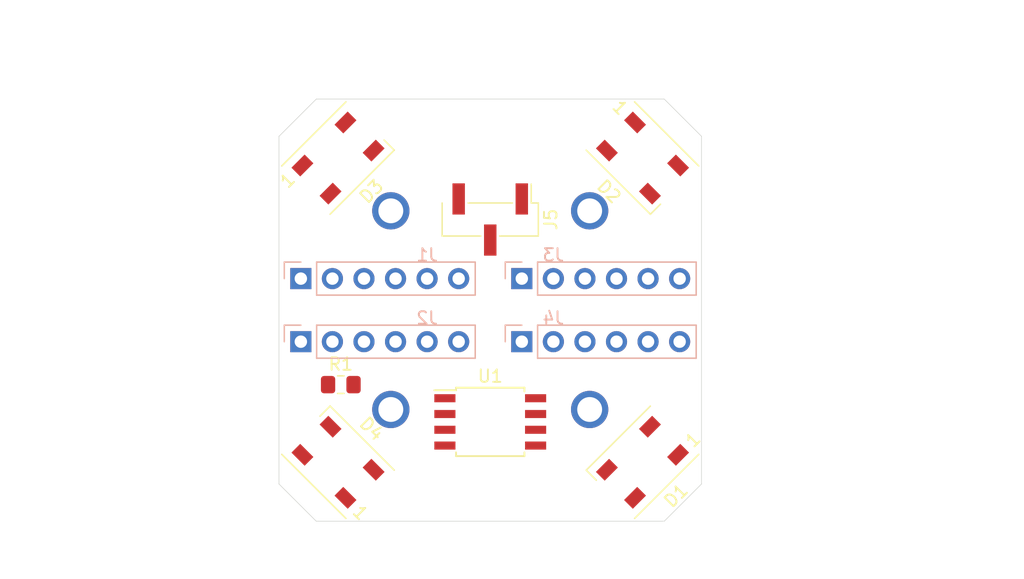
<source format=kicad_pcb>
(kicad_pcb (version 20171130) (host pcbnew "(5.1.6)-1")

  (general
    (thickness 1.6)
    (drawings 34)
    (tracks 4)
    (zones 0)
    (modules 11)
    (nets 1)
  )

  (page A4)
  (layers
    (0 F.Cu signal)
    (31 B.Cu signal)
    (32 B.Adhes user)
    (33 F.Adhes user)
    (34 B.Paste user)
    (35 F.Paste user)
    (36 B.SilkS user)
    (37 F.SilkS user)
    (38 B.Mask user)
    (39 F.Mask user)
    (40 Dwgs.User user)
    (41 Cmts.User user)
    (42 Eco1.User user)
    (43 Eco2.User user)
    (44 Edge.Cuts user)
    (45 Margin user)
    (46 B.CrtYd user)
    (47 F.CrtYd user)
    (48 B.Fab user)
    (49 F.Fab user)
  )

  (setup
    (last_trace_width 0.25)
    (user_trace_width 0.4)
    (trace_clearance 0.1524)
    (zone_clearance 0.508)
    (zone_45_only no)
    (trace_min 0.1524)
    (via_size 0.8)
    (via_drill 0.4)
    (via_min_size 0.4)
    (via_min_drill 0.3)
    (uvia_size 0.3)
    (uvia_drill 0.1)
    (uvias_allowed no)
    (uvia_min_size 0.2)
    (uvia_min_drill 0.1)
    (edge_width 0.05)
    (segment_width 0.2)
    (pcb_text_width 0.3)
    (pcb_text_size 1.5 1.5)
    (mod_edge_width 0.12)
    (mod_text_size 1 1)
    (mod_text_width 0.15)
    (pad_size 1.524 1.524)
    (pad_drill 0.762)
    (pad_to_mask_clearance 0.05)
    (aux_axis_origin 0 0)
    (visible_elements 7FFFFFFF)
    (pcbplotparams
      (layerselection 0x00200_7ffffffe)
      (usegerberextensions false)
      (usegerberattributes true)
      (usegerberadvancedattributes true)
      (creategerberjobfile true)
      (excludeedgelayer true)
      (linewidth 0.100000)
      (plotframeref false)
      (viasonmask false)
      (mode 1)
      (useauxorigin false)
      (hpglpennumber 1)
      (hpglpenspeed 20)
      (hpglpendiameter 15.000000)
      (psnegative false)
      (psa4output false)
      (plotreference true)
      (plotvalue true)
      (plotinvisibletext false)
      (padsonsilk false)
      (subtractmaskfromsilk false)
      (outputformat 3)
      (mirror false)
      (drillshape 0)
      (scaleselection 1)
      (outputdirectory "./"))
  )

  (net 0 "")

  (net_class Default "This is the default net class."
    (clearance 0.1524)
    (trace_width 0.25)
    (via_dia 0.8)
    (via_drill 0.4)
    (uvia_dia 0.3)
    (uvia_drill 0.1)
  )

  (module LED_SMD:LED_WS2812B_PLCC4_5.0x5.0mm_P3.2mm (layer F.Cu) (tedit 5AA4B285) (tstamp 63279518)
    (at 29.25 4.75 315)
    (descr https://cdn-shop.adafruit.com/datasheets/WS2812B.pdf)
    (tags "LED RGB NeoPixel")
    (path /630DBC6E)
    (attr smd)
    (fp_text reference D2 (at 0 3.81 135) (layer F.SilkS)
      (effects (font (size 1 1) (thickness 0.15)))
    )
    (fp_text value WS2812B (at 0 0 135) (layer F.Fab)
      (effects (font (size 1 1) (thickness 0.15)))
    )
    (fp_circle (center 0 0) (end 0 -2) (layer F.Fab) (width 0.1))
    (fp_line (start 3.65 2.75) (end 3.65 1.6) (layer F.SilkS) (width 0.12))
    (fp_line (start -3.65 2.75) (end 3.65 2.75) (layer F.SilkS) (width 0.12))
    (fp_line (start -3.65 -2.75) (end 3.65 -2.75) (layer F.SilkS) (width 0.12))
    (fp_line (start 2.5 -2.5) (end -2.5 -2.5) (layer F.Fab) (width 0.1))
    (fp_line (start 2.5 2.5) (end 2.5 -2.5) (layer F.Fab) (width 0.1))
    (fp_line (start -2.5 2.5) (end 2.5 2.5) (layer F.Fab) (width 0.1))
    (fp_line (start -2.5 -2.5) (end -2.5 2.5) (layer F.Fab) (width 0.1))
    (fp_line (start 2.5 1.5) (end 1.5 2.5) (layer F.Fab) (width 0.1))
    (fp_line (start -3.45 -2.75) (end -3.45 2.75) (layer F.CrtYd) (width 0.05))
    (fp_line (start -3.45 2.75) (end 3.45 2.75) (layer F.CrtYd) (width 0.05))
    (fp_line (start 3.45 2.75) (end 3.45 -2.75) (layer F.CrtYd) (width 0.05))
    (fp_line (start 3.45 -2.75) (end -3.45 -2.75) (layer F.CrtYd) (width 0.05))
    (fp_text user %R (at 0 1.27 135) (layer F.Fab)
      (effects (font (size 0.8 0.8) (thickness 0.15)))
    )
    (fp_text user 1 (at -4.15 -1.6 135) (layer F.SilkS)
      (effects (font (size 1 1) (thickness 0.15)))
    )
    (pad 1 smd rect (at -2.45 -1.6 315) (size 1.5 1) (layers F.Cu F.Paste F.Mask))
    (pad 2 smd rect (at -2.45 1.6 315) (size 1.5 1) (layers F.Cu F.Paste F.Mask))
    (pad 4 smd rect (at 2.45 -1.6 315) (size 1.5 1) (layers F.Cu F.Paste F.Mask))
    (pad 3 smd rect (at 2.45 1.6 315) (size 1.5 1) (layers F.Cu F.Paste F.Mask))
    (model ${KISYS3DMOD}/LED_SMD.3dshapes/LED_WS2812B_PLCC4_5.0x5.0mm_P3.2mm.wrl
      (at (xyz 0 0 0))
      (scale (xyz 1 1 1))
      (rotate (xyz 0 0 0))
    )
  )

  (module LED_SMD:LED_WS2812B_PLCC4_5.0x5.0mm_P3.2mm (layer F.Cu) (tedit 5AA4B285) (tstamp 63279502)
    (at 29.25 29.25 225)
    (descr https://cdn-shop.adafruit.com/datasheets/WS2812B.pdf)
    (tags "LED RGB NeoPixel")
    (path /630D41E6)
    (attr smd)
    (fp_text reference D1 (at 0 -3.81 45) (layer F.SilkS)
      (effects (font (size 1 1) (thickness 0.15)))
    )
    (fp_text value WS2812B (at 0 0 225) (layer F.Fab)
      (effects (font (size 1 1) (thickness 0.15)))
    )
    (fp_circle (center 0 0) (end 0 -2) (layer F.Fab) (width 0.1))
    (fp_line (start 3.65 2.75) (end 3.65 1.6) (layer F.SilkS) (width 0.12))
    (fp_line (start -3.65 2.75) (end 3.65 2.75) (layer F.SilkS) (width 0.12))
    (fp_line (start -3.65 -2.75) (end 3.65 -2.75) (layer F.SilkS) (width 0.12))
    (fp_line (start 2.5 -2.5) (end -2.5 -2.5) (layer F.Fab) (width 0.1))
    (fp_line (start 2.5 2.5) (end 2.5 -2.5) (layer F.Fab) (width 0.1))
    (fp_line (start -2.5 2.5) (end 2.5 2.5) (layer F.Fab) (width 0.1))
    (fp_line (start -2.5 -2.5) (end -2.5 2.5) (layer F.Fab) (width 0.1))
    (fp_line (start 2.5 1.5) (end 1.5 2.5) (layer F.Fab) (width 0.1))
    (fp_line (start -3.45 -2.75) (end -3.45 2.75) (layer F.CrtYd) (width 0.05))
    (fp_line (start -3.45 2.75) (end 3.45 2.75) (layer F.CrtYd) (width 0.05))
    (fp_line (start 3.45 2.75) (end 3.45 -2.75) (layer F.CrtYd) (width 0.05))
    (fp_line (start 3.45 -2.75) (end -3.45 -2.75) (layer F.CrtYd) (width 0.05))
    (fp_text user %R (at 0 -1.27 45) (layer F.Fab)
      (effects (font (size 0.8 0.8) (thickness 0.15)))
    )
    (fp_text user 1 (at -4.15 -1.6 45) (layer F.SilkS)
      (effects (font (size 1 1) (thickness 0.15)))
    )
    (pad 1 smd rect (at -2.45 -1.6 225) (size 1.5 1) (layers F.Cu F.Paste F.Mask))
    (pad 2 smd rect (at -2.45 1.6 225) (size 1.5 1) (layers F.Cu F.Paste F.Mask))
    (pad 4 smd rect (at 2.45 -1.6 225) (size 1.5 1) (layers F.Cu F.Paste F.Mask))
    (pad 3 smd rect (at 2.45 1.6 225) (size 1.5 1) (layers F.Cu F.Paste F.Mask))
    (model ${KISYS3DMOD}/LED_SMD.3dshapes/LED_WS2812B_PLCC4_5.0x5.0mm_P3.2mm.wrl
      (at (xyz 0 0 0))
      (scale (xyz 1 1 1))
      (rotate (xyz 0 0 0))
    )
  )

  (module LED_SMD:LED_WS2812B_PLCC4_5.0x5.0mm_P3.2mm (layer F.Cu) (tedit 5AA4B285) (tstamp 632794EC)
    (at 4.75 29.25 135)
    (descr https://cdn-shop.adafruit.com/datasheets/WS2812B.pdf)
    (tags "LED RGB NeoPixel")
    (path /630DBC74)
    (attr smd)
    (fp_text reference D4 (at 0 3.81 135) (layer F.SilkS)
      (effects (font (size 1 1) (thickness 0.15)))
    )
    (fp_text value WS2812B (at 0 0 135) (layer F.Fab)
      (effects (font (size 1 1) (thickness 0.15)))
    )
    (fp_circle (center 0 0) (end 0 -2) (layer F.Fab) (width 0.1))
    (fp_line (start 3.65 2.75) (end 3.65 1.6) (layer F.SilkS) (width 0.12))
    (fp_line (start -3.65 2.75) (end 3.65 2.75) (layer F.SilkS) (width 0.12))
    (fp_line (start -3.65 -2.75) (end 3.65 -2.75) (layer F.SilkS) (width 0.12))
    (fp_line (start 2.5 -2.5) (end -2.5 -2.5) (layer F.Fab) (width 0.1))
    (fp_line (start 2.5 2.5) (end 2.5 -2.5) (layer F.Fab) (width 0.1))
    (fp_line (start -2.5 2.5) (end 2.5 2.5) (layer F.Fab) (width 0.1))
    (fp_line (start -2.5 -2.5) (end -2.5 2.5) (layer F.Fab) (width 0.1))
    (fp_line (start 2.5 1.5) (end 1.5 2.5) (layer F.Fab) (width 0.1))
    (fp_line (start -3.45 -2.75) (end -3.45 2.75) (layer F.CrtYd) (width 0.05))
    (fp_line (start -3.45 2.75) (end 3.45 2.75) (layer F.CrtYd) (width 0.05))
    (fp_line (start 3.45 2.75) (end 3.45 -2.75) (layer F.CrtYd) (width 0.05))
    (fp_line (start 3.45 -2.75) (end -3.45 -2.75) (layer F.CrtYd) (width 0.05))
    (fp_text user %R (at 0 -1.27 135) (layer F.Fab)
      (effects (font (size 0.8 0.8) (thickness 0.15)))
    )
    (fp_text user 1 (at -4.15 -1.6 135) (layer F.SilkS)
      (effects (font (size 1 1) (thickness 0.15)))
    )
    (pad 1 smd rect (at -2.45 -1.6 135) (size 1.5 1) (layers F.Cu F.Paste F.Mask))
    (pad 2 smd rect (at -2.45 1.6 135) (size 1.5 1) (layers F.Cu F.Paste F.Mask))
    (pad 4 smd rect (at 2.45 -1.6 135) (size 1.5 1) (layers F.Cu F.Paste F.Mask))
    (pad 3 smd rect (at 2.45 1.6 135) (size 1.5 1) (layers F.Cu F.Paste F.Mask))
    (model ${KISYS3DMOD}/LED_SMD.3dshapes/LED_WS2812B_PLCC4_5.0x5.0mm_P3.2mm.wrl
      (at (xyz 0 0 0))
      (scale (xyz 1 1 1))
      (rotate (xyz 0 0 0))
    )
  )

  (module Connector_PinHeader_2.54mm:PinHeader_1x03_P2.54mm_Vertical_SMD_Pin1Left (layer F.Cu) (tedit 59FED5CC) (tstamp 632794CB)
    (at 17 9.7 270)
    (descr "surface-mounted straight pin header, 1x03, 2.54mm pitch, single row, style 1 (pin 1 left)")
    (tags "Surface mounted pin header SMD 1x03 2.54mm single row style1 pin1 left")
    (path /632A0FCD)
    (attr smd)
    (fp_text reference J5 (at 0 -4.87 90) (layer F.SilkS)
      (effects (font (size 1 1) (thickness 0.15)))
    )
    (fp_text value Conn_01x03_Female (at -7.04 38.6 90) (layer F.Fab)
      (effects (font (size 1 1) (thickness 0.15)))
    )
    (fp_line (start 1.27 3.81) (end -1.27 3.81) (layer F.Fab) (width 0.1))
    (fp_line (start -0.32 -3.81) (end 1.27 -3.81) (layer F.Fab) (width 0.1))
    (fp_line (start -1.27 3.81) (end -1.27 -2.86) (layer F.Fab) (width 0.1))
    (fp_line (start -1.27 -2.86) (end -0.32 -3.81) (layer F.Fab) (width 0.1))
    (fp_line (start 1.27 -3.81) (end 1.27 3.81) (layer F.Fab) (width 0.1))
    (fp_line (start -1.27 -2.86) (end -2.54 -2.86) (layer F.Fab) (width 0.1))
    (fp_line (start -2.54 -2.86) (end -2.54 -2.22) (layer F.Fab) (width 0.1))
    (fp_line (start -2.54 -2.22) (end -1.27 -2.22) (layer F.Fab) (width 0.1))
    (fp_line (start -1.27 2.22) (end -2.54 2.22) (layer F.Fab) (width 0.1))
    (fp_line (start -2.54 2.22) (end -2.54 2.86) (layer F.Fab) (width 0.1))
    (fp_line (start -2.54 2.86) (end -1.27 2.86) (layer F.Fab) (width 0.1))
    (fp_line (start 1.27 -0.32) (end 2.54 -0.32) (layer F.Fab) (width 0.1))
    (fp_line (start 2.54 -0.32) (end 2.54 0.32) (layer F.Fab) (width 0.1))
    (fp_line (start 2.54 0.32) (end 1.27 0.32) (layer F.Fab) (width 0.1))
    (fp_line (start -1.33 -3.87) (end 1.33 -3.87) (layer F.SilkS) (width 0.12))
    (fp_line (start -1.33 3.87) (end 1.33 3.87) (layer F.SilkS) (width 0.12))
    (fp_line (start 1.33 -3.87) (end 1.33 -0.76) (layer F.SilkS) (width 0.12))
    (fp_line (start -1.33 -3.3) (end -2.85 -3.3) (layer F.SilkS) (width 0.12))
    (fp_line (start -1.33 -3.87) (end -1.33 -3.3) (layer F.SilkS) (width 0.12))
    (fp_line (start 1.33 3.3) (end 1.33 3.87) (layer F.SilkS) (width 0.12))
    (fp_line (start 1.33 0.76) (end 1.33 3.87) (layer F.SilkS) (width 0.12))
    (fp_line (start -1.33 -1.78) (end -1.33 1.78) (layer F.SilkS) (width 0.12))
    (fp_line (start -3.45 -4.35) (end -3.45 4.35) (layer F.CrtYd) (width 0.05))
    (fp_line (start -3.45 4.35) (end 3.45 4.35) (layer F.CrtYd) (width 0.05))
    (fp_line (start 3.45 4.35) (end 3.45 -4.35) (layer F.CrtYd) (width 0.05))
    (fp_line (start 3.45 -4.35) (end -3.45 -4.35) (layer F.CrtYd) (width 0.05))
    (fp_text user %R (at 0 0 270) (layer F.Fab)
      (effects (font (size 1 1) (thickness 0.15)))
    )
    (pad 2 smd rect (at 1.655 0 270) (size 2.51 1) (layers F.Cu F.Paste F.Mask))
    (pad 3 smd rect (at -1.655 2.54 270) (size 2.51 1) (layers F.Cu F.Paste F.Mask))
    (pad 1 smd rect (at -1.655 -2.54 270) (size 2.51 1) (layers F.Cu F.Paste F.Mask))
    (model ${KISYS3DMOD}/Connector_PinHeader_2.54mm.3dshapes/PinHeader_1x03_P2.54mm_Vertical_SMD_Pin1Left.wrl
      (at (xyz 0 0 0))
      (scale (xyz 1 1 1))
      (rotate (xyz 0 0 0))
    )
  )

  (module LED_SMD:LED_WS2812B_PLCC4_5.0x5.0mm_P3.2mm (layer F.Cu) (tedit 5AA4B285) (tstamp 632794B5)
    (at 4.75 4.75 45)
    (descr https://cdn-shop.adafruit.com/datasheets/WS2812B.pdf)
    (tags "LED RGB NeoPixel")
    (path /630D605E)
    (attr smd)
    (fp_text reference D3 (at 0 3.81 45) (layer F.SilkS)
      (effects (font (size 1 1) (thickness 0.15)))
    )
    (fp_text value WS2812B (at 0 0 45) (layer F.Fab)
      (effects (font (size 1 1) (thickness 0.15)))
    )
    (fp_circle (center 0 0) (end 0 -2) (layer F.Fab) (width 0.1))
    (fp_line (start 3.65 2.75) (end 3.65 1.6) (layer F.SilkS) (width 0.12))
    (fp_line (start -3.65 2.75) (end 3.65 2.75) (layer F.SilkS) (width 0.12))
    (fp_line (start -3.65 -2.75) (end 3.65 -2.75) (layer F.SilkS) (width 0.12))
    (fp_line (start 2.5 -2.5) (end -2.5 -2.5) (layer F.Fab) (width 0.1))
    (fp_line (start 2.5 2.5) (end 2.5 -2.5) (layer F.Fab) (width 0.1))
    (fp_line (start -2.5 2.5) (end 2.5 2.5) (layer F.Fab) (width 0.1))
    (fp_line (start -2.5 -2.5) (end -2.5 2.5) (layer F.Fab) (width 0.1))
    (fp_line (start 2.5 1.5) (end 1.5 2.5) (layer F.Fab) (width 0.1))
    (fp_line (start -3.45 -2.75) (end -3.45 2.75) (layer F.CrtYd) (width 0.05))
    (fp_line (start -3.45 2.75) (end 3.45 2.75) (layer F.CrtYd) (width 0.05))
    (fp_line (start 3.45 2.75) (end 3.45 -2.75) (layer F.CrtYd) (width 0.05))
    (fp_line (start 3.45 -2.75) (end -3.45 -2.75) (layer F.CrtYd) (width 0.05))
    (fp_text user %R (at 0 1.27 45) (layer F.Fab)
      (effects (font (size 0.8 0.8) (thickness 0.15)))
    )
    (fp_text user 1 (at -4.15 -1.6 45) (layer F.SilkS)
      (effects (font (size 1 1) (thickness 0.15)))
    )
    (pad 1 smd rect (at -2.45 -1.6 45) (size 1.5 1) (layers F.Cu F.Paste F.Mask))
    (pad 2 smd rect (at -2.45 1.6 45) (size 1.5 1) (layers F.Cu F.Paste F.Mask))
    (pad 4 smd rect (at 2.45 -1.6 45) (size 1.5 1) (layers F.Cu F.Paste F.Mask))
    (pad 3 smd rect (at 2.45 1.6 45) (size 1.5 1) (layers F.Cu F.Paste F.Mask))
    (model ${KISYS3DMOD}/LED_SMD.3dshapes/LED_WS2812B_PLCC4_5.0x5.0mm_P3.2mm.wrl
      (at (xyz 0 0 0))
      (scale (xyz 1 1 1))
      (rotate (xyz 0 0 0))
    )
  )

  (module Connector_PinHeader_2.54mm:PinHeader_1x06_P2.54mm_Vertical (layer B.Cu) (tedit 59FED5CC) (tstamp 6327949C)
    (at 1.76 14.46 270)
    (descr "Through hole straight pin header, 1x06, 2.54mm pitch, single row")
    (tags "Through hole pin header THT 1x06 2.54mm single row")
    (path /630E6AFB)
    (fp_text reference J1 (at -1.905 -10.16) (layer B.SilkS)
      (effects (font (size 1 1) (thickness 0.15)) (justify mirror))
    )
    (fp_text value Conn_01x06_Male (at -6.35 -46.355 270) (layer B.Fab)
      (effects (font (size 1 1) (thickness 0.15)) (justify mirror))
    )
    (fp_line (start 1.8 1.8) (end -1.8 1.8) (layer B.CrtYd) (width 0.05))
    (fp_line (start 1.8 -14.5) (end 1.8 1.8) (layer B.CrtYd) (width 0.05))
    (fp_line (start -1.8 -14.5) (end 1.8 -14.5) (layer B.CrtYd) (width 0.05))
    (fp_line (start -1.8 1.8) (end -1.8 -14.5) (layer B.CrtYd) (width 0.05))
    (fp_line (start -1.33 1.33) (end 0 1.33) (layer B.SilkS) (width 0.12))
    (fp_line (start -1.33 0) (end -1.33 1.33) (layer B.SilkS) (width 0.12))
    (fp_line (start -1.33 -1.27) (end 1.33 -1.27) (layer B.SilkS) (width 0.12))
    (fp_line (start 1.33 -1.27) (end 1.33 -14.03) (layer B.SilkS) (width 0.12))
    (fp_line (start -1.33 -1.27) (end -1.33 -14.03) (layer B.SilkS) (width 0.12))
    (fp_line (start -1.33 -14.03) (end 1.33 -14.03) (layer B.SilkS) (width 0.12))
    (fp_line (start -1.27 0.635) (end -0.635 1.27) (layer B.Fab) (width 0.1))
    (fp_line (start -1.27 -13.97) (end -1.27 0.635) (layer B.Fab) (width 0.1))
    (fp_line (start 1.27 -13.97) (end -1.27 -13.97) (layer B.Fab) (width 0.1))
    (fp_line (start 1.27 1.27) (end 1.27 -13.97) (layer B.Fab) (width 0.1))
    (fp_line (start -0.635 1.27) (end 1.27 1.27) (layer B.Fab) (width 0.1))
    (fp_text user %R (at 0 -6.35) (layer B.Fab)
      (effects (font (size 1 1) (thickness 0.15)) (justify mirror))
    )
    (pad 6 thru_hole oval (at 0 -12.7 270) (size 1.7 1.7) (drill 1) (layers *.Cu *.Mask))
    (pad 5 thru_hole oval (at 0 -10.16 270) (size 1.7 1.7) (drill 1) (layers *.Cu *.Mask))
    (pad 4 thru_hole oval (at 0 -7.62 270) (size 1.7 1.7) (drill 1) (layers *.Cu *.Mask))
    (pad 3 thru_hole oval (at 0 -5.08 270) (size 1.7 1.7) (drill 1) (layers *.Cu *.Mask))
    (pad 2 thru_hole oval (at 0 -2.54 270) (size 1.7 1.7) (drill 1) (layers *.Cu *.Mask))
    (pad 1 thru_hole rect (at 0 0 270) (size 1.7 1.7) (drill 1) (layers *.Cu *.Mask))
    (model ${KISYS3DMOD}/Connector_PinHeader_2.54mm.3dshapes/PinHeader_1x06_P2.54mm_Vertical.wrl
      (at (xyz 0 0 0))
      (scale (xyz 1 1 1))
      (rotate (xyz 0 0 0))
    )
  )

  (module Resistor_SMD:R_0805_2012Metric_Pad1.15x1.40mm_HandSolder (layer F.Cu) (tedit 5B36C52B) (tstamp 6327948C)
    (at 4.975 23)
    (descr "Resistor SMD 0805 (2012 Metric), square (rectangular) end terminal, IPC_7351 nominal with elongated pad for handsoldering. (Body size source: https://docs.google.com/spreadsheets/d/1BsfQQcO9C6DZCsRaXUlFlo91Tg2WpOkGARC1WS5S8t0/edit?usp=sharing), generated with kicad-footprint-generator")
    (tags "resistor handsolder")
    (path /632B0F7D)
    (attr smd)
    (fp_text reference R1 (at 0 -1.65) (layer F.SilkS)
      (effects (font (size 1 1) (thickness 0.15)))
    )
    (fp_text value 50k (at 0 1.65) (layer F.Fab)
      (effects (font (size 1 1) (thickness 0.15)))
    )
    (fp_line (start -1 0.6) (end -1 -0.6) (layer F.Fab) (width 0.1))
    (fp_line (start -1 -0.6) (end 1 -0.6) (layer F.Fab) (width 0.1))
    (fp_line (start 1 -0.6) (end 1 0.6) (layer F.Fab) (width 0.1))
    (fp_line (start 1 0.6) (end -1 0.6) (layer F.Fab) (width 0.1))
    (fp_line (start -0.261252 -0.71) (end 0.261252 -0.71) (layer F.SilkS) (width 0.12))
    (fp_line (start -0.261252 0.71) (end 0.261252 0.71) (layer F.SilkS) (width 0.12))
    (fp_line (start -1.85 0.95) (end -1.85 -0.95) (layer F.CrtYd) (width 0.05))
    (fp_line (start -1.85 -0.95) (end 1.85 -0.95) (layer F.CrtYd) (width 0.05))
    (fp_line (start 1.85 -0.95) (end 1.85 0.95) (layer F.CrtYd) (width 0.05))
    (fp_line (start 1.85 0.95) (end -1.85 0.95) (layer F.CrtYd) (width 0.05))
    (fp_text user %R (at 0 0) (layer F.Fab)
      (effects (font (size 0.5 0.5) (thickness 0.08)))
    )
    (pad 2 smd roundrect (at 1.025 0) (size 1.15 1.4) (layers F.Cu F.Paste F.Mask) (roundrect_rratio 0.217391))
    (pad 1 smd roundrect (at -1.025 0) (size 1.15 1.4) (layers F.Cu F.Paste F.Mask) (roundrect_rratio 0.217391))
    (model ${KISYS3DMOD}/Resistor_SMD.3dshapes/R_0805_2012Metric.wrl
      (at (xyz 0 0 0))
      (scale (xyz 1 1 1))
      (rotate (xyz 0 0 0))
    )
  )

  (module Package_SO:SOIJ-8_5.3x5.3mm_P1.27mm (layer F.Cu) (tedit 5A02F2D3) (tstamp 63279470)
    (at 17 26)
    (descr "8-Lead Plastic Small Outline (SM) - Medium, 5.28 mm Body [SOIC] (see Microchip Packaging Specification 00000049BS.pdf)")
    (tags "SOIC 1.27")
    (path /630E20E8)
    (attr smd)
    (fp_text reference U1 (at 0 -3.68) (layer F.SilkS)
      (effects (font (size 1 1) (thickness 0.15)))
    )
    (fp_text value ATtiny85-20SU (at 0 3.68) (layer F.Fab)
      (effects (font (size 1 1) (thickness 0.15)))
    )
    (fp_line (start -2.75 -2.55) (end -4.5 -2.55) (layer F.SilkS) (width 0.15))
    (fp_line (start -2.75 2.755) (end 2.75 2.755) (layer F.SilkS) (width 0.15))
    (fp_line (start -2.75 -2.755) (end 2.75 -2.755) (layer F.SilkS) (width 0.15))
    (fp_line (start -2.75 2.755) (end -2.75 2.455) (layer F.SilkS) (width 0.15))
    (fp_line (start 2.75 2.755) (end 2.75 2.455) (layer F.SilkS) (width 0.15))
    (fp_line (start 2.75 -2.755) (end 2.75 -2.455) (layer F.SilkS) (width 0.15))
    (fp_line (start -2.75 -2.755) (end -2.75 -2.55) (layer F.SilkS) (width 0.15))
    (fp_line (start -4.75 2.95) (end 4.75 2.95) (layer F.CrtYd) (width 0.05))
    (fp_line (start -4.75 -2.95) (end 4.75 -2.95) (layer F.CrtYd) (width 0.05))
    (fp_line (start 4.75 -2.95) (end 4.75 2.95) (layer F.CrtYd) (width 0.05))
    (fp_line (start -4.75 -2.95) (end -4.75 2.95) (layer F.CrtYd) (width 0.05))
    (fp_line (start -2.65 -1.65) (end -1.65 -2.65) (layer F.Fab) (width 0.15))
    (fp_line (start -2.65 2.65) (end -2.65 -1.65) (layer F.Fab) (width 0.15))
    (fp_line (start 2.65 2.65) (end -2.65 2.65) (layer F.Fab) (width 0.15))
    (fp_line (start 2.65 -2.65) (end 2.65 2.65) (layer F.Fab) (width 0.15))
    (fp_line (start -1.65 -2.65) (end 2.65 -2.65) (layer F.Fab) (width 0.15))
    (fp_text user %R (at 0 0) (layer F.Fab)
      (effects (font (size 1 1) (thickness 0.15)))
    )
    (pad 8 smd rect (at 3.65 -1.905) (size 1.7 0.65) (layers F.Cu F.Paste F.Mask))
    (pad 7 smd rect (at 3.65 -0.635) (size 1.7 0.65) (layers F.Cu F.Paste F.Mask))
    (pad 6 smd rect (at 3.65 0.635) (size 1.7 0.65) (layers F.Cu F.Paste F.Mask))
    (pad 5 smd rect (at 3.65 1.905) (size 1.7 0.65) (layers F.Cu F.Paste F.Mask))
    (pad 4 smd rect (at -3.65 1.905) (size 1.7 0.65) (layers F.Cu F.Paste F.Mask))
    (pad 3 smd rect (at -3.65 0.635) (size 1.7 0.65) (layers F.Cu F.Paste F.Mask))
    (pad 2 smd rect (at -3.65 -0.635) (size 1.7 0.65) (layers F.Cu F.Paste F.Mask))
    (pad 1 smd rect (at -3.65 -1.905) (size 1.7 0.65) (layers F.Cu F.Paste F.Mask))
    (model ${KISYS3DMOD}/Package_SO.3dshapes/SOIJ-8_5.3x5.3mm_P1.27mm.wrl
      (at (xyz 0 0 0))
      (scale (xyz 1 1 1))
      (rotate (xyz 0 0 0))
    )
  )

  (module Connector_PinHeader_2.54mm:PinHeader_1x06_P2.54mm_Vertical (layer B.Cu) (tedit 59FED5CC) (tstamp 63279457)
    (at 1.76 19.54 270)
    (descr "Through hole straight pin header, 1x06, 2.54mm pitch, single row")
    (tags "Through hole pin header THT 1x06 2.54mm single row")
    (path /630E8BF8)
    (fp_text reference J2 (at -1.905 -10.16) (layer B.SilkS)
      (effects (font (size 1 1) (thickness 0.15)) (justify mirror))
    )
    (fp_text value Conn_01x06_Male (at -4.445 -55.88 270) (layer B.Fab)
      (effects (font (size 1 1) (thickness 0.15)) (justify mirror))
    )
    (fp_line (start 1.8 1.8) (end -1.8 1.8) (layer B.CrtYd) (width 0.05))
    (fp_line (start 1.8 -14.5) (end 1.8 1.8) (layer B.CrtYd) (width 0.05))
    (fp_line (start -1.8 -14.5) (end 1.8 -14.5) (layer B.CrtYd) (width 0.05))
    (fp_line (start -1.8 1.8) (end -1.8 -14.5) (layer B.CrtYd) (width 0.05))
    (fp_line (start -1.33 1.33) (end 0 1.33) (layer B.SilkS) (width 0.12))
    (fp_line (start -1.33 0) (end -1.33 1.33) (layer B.SilkS) (width 0.12))
    (fp_line (start -1.33 -1.27) (end 1.33 -1.27) (layer B.SilkS) (width 0.12))
    (fp_line (start 1.33 -1.27) (end 1.33 -14.03) (layer B.SilkS) (width 0.12))
    (fp_line (start -1.33 -1.27) (end -1.33 -14.03) (layer B.SilkS) (width 0.12))
    (fp_line (start -1.33 -14.03) (end 1.33 -14.03) (layer B.SilkS) (width 0.12))
    (fp_line (start -1.27 0.635) (end -0.635 1.27) (layer B.Fab) (width 0.1))
    (fp_line (start -1.27 -13.97) (end -1.27 0.635) (layer B.Fab) (width 0.1))
    (fp_line (start 1.27 -13.97) (end -1.27 -13.97) (layer B.Fab) (width 0.1))
    (fp_line (start 1.27 1.27) (end 1.27 -13.97) (layer B.Fab) (width 0.1))
    (fp_line (start -0.635 1.27) (end 1.27 1.27) (layer B.Fab) (width 0.1))
    (fp_text user %R (at 0 -6.35) (layer B.Fab)
      (effects (font (size 1 1) (thickness 0.15)) (justify mirror))
    )
    (pad 6 thru_hole oval (at 0 -12.7 270) (size 1.7 1.7) (drill 1) (layers *.Cu *.Mask))
    (pad 5 thru_hole oval (at 0 -10.16 270) (size 1.7 1.7) (drill 1) (layers *.Cu *.Mask))
    (pad 4 thru_hole oval (at 0 -7.62 270) (size 1.7 1.7) (drill 1) (layers *.Cu *.Mask))
    (pad 3 thru_hole oval (at 0 -5.08 270) (size 1.7 1.7) (drill 1) (layers *.Cu *.Mask))
    (pad 2 thru_hole oval (at 0 -2.54 270) (size 1.7 1.7) (drill 1) (layers *.Cu *.Mask))
    (pad 1 thru_hole rect (at 0 0 270) (size 1.7 1.7) (drill 1) (layers *.Cu *.Mask))
    (model ${KISYS3DMOD}/Connector_PinHeader_2.54mm.3dshapes/PinHeader_1x06_P2.54mm_Vertical.wrl
      (at (xyz 0 0 0))
      (scale (xyz 1 1 1))
      (rotate (xyz 0 0 0))
    )
  )

  (module Connector_PinHeader_2.54mm:PinHeader_1x06_P2.54mm_Vertical (layer B.Cu) (tedit 59FED5CC) (tstamp 6327943E)
    (at 19.54 14.46 270)
    (descr "Through hole straight pin header, 1x06, 2.54mm pitch, single row")
    (tags "Through hole pin header THT 1x06 2.54mm single row")
    (path /630E921F)
    (fp_text reference J3 (at -1.905 -2.54) (layer B.SilkS)
      (effects (font (size 1 1) (thickness 0.15)) (justify mirror))
    )
    (fp_text value Conn_01x06_Male (at -21.59 -33.655 180) (layer B.Fab)
      (effects (font (size 1 1) (thickness 0.15)) (justify mirror))
    )
    (fp_line (start 1.8 1.8) (end -1.8 1.8) (layer B.CrtYd) (width 0.05))
    (fp_line (start 1.8 -14.5) (end 1.8 1.8) (layer B.CrtYd) (width 0.05))
    (fp_line (start -1.8 -14.5) (end 1.8 -14.5) (layer B.CrtYd) (width 0.05))
    (fp_line (start -1.8 1.8) (end -1.8 -14.5) (layer B.CrtYd) (width 0.05))
    (fp_line (start -1.33 1.33) (end 0 1.33) (layer B.SilkS) (width 0.12))
    (fp_line (start -1.33 0) (end -1.33 1.33) (layer B.SilkS) (width 0.12))
    (fp_line (start -1.33 -1.27) (end 1.33 -1.27) (layer B.SilkS) (width 0.12))
    (fp_line (start 1.33 -1.27) (end 1.33 -14.03) (layer B.SilkS) (width 0.12))
    (fp_line (start -1.33 -1.27) (end -1.33 -14.03) (layer B.SilkS) (width 0.12))
    (fp_line (start -1.33 -14.03) (end 1.33 -14.03) (layer B.SilkS) (width 0.12))
    (fp_line (start -1.27 0.635) (end -0.635 1.27) (layer B.Fab) (width 0.1))
    (fp_line (start -1.27 -13.97) (end -1.27 0.635) (layer B.Fab) (width 0.1))
    (fp_line (start 1.27 -13.97) (end -1.27 -13.97) (layer B.Fab) (width 0.1))
    (fp_line (start 1.27 1.27) (end 1.27 -13.97) (layer B.Fab) (width 0.1))
    (fp_line (start -0.635 1.27) (end 1.27 1.27) (layer B.Fab) (width 0.1))
    (fp_text user %R (at 0 -6.35) (layer B.Fab)
      (effects (font (size 1 1) (thickness 0.15)) (justify mirror))
    )
    (pad 6 thru_hole oval (at 0 -12.7 270) (size 1.7 1.7) (drill 1) (layers *.Cu *.Mask))
    (pad 5 thru_hole oval (at 0 -10.16 270) (size 1.7 1.7) (drill 1) (layers *.Cu *.Mask))
    (pad 4 thru_hole oval (at 0 -7.62 270) (size 1.7 1.7) (drill 1) (layers *.Cu *.Mask))
    (pad 3 thru_hole oval (at 0 -5.08 270) (size 1.7 1.7) (drill 1) (layers *.Cu *.Mask))
    (pad 2 thru_hole oval (at 0 -2.54 270) (size 1.7 1.7) (drill 1) (layers *.Cu *.Mask))
    (pad 1 thru_hole rect (at 0 0 270) (size 1.7 1.7) (drill 1) (layers *.Cu *.Mask))
    (model ${KISYS3DMOD}/Connector_PinHeader_2.54mm.3dshapes/PinHeader_1x06_P2.54mm_Vertical.wrl
      (at (xyz 0 0 0))
      (scale (xyz 1 1 1))
      (rotate (xyz 0 0 0))
    )
  )

  (module Connector_PinHeader_2.54mm:PinHeader_1x06_P2.54mm_Vertical (layer B.Cu) (tedit 59FED5CC) (tstamp 63279425)
    (at 19.54 19.54 270)
    (descr "Through hole straight pin header, 1x06, 2.54mm pitch, single row")
    (tags "Through hole pin header THT 1x06 2.54mm single row")
    (path /630EA135)
    (fp_text reference J4 (at -1.905 -2.54) (layer B.SilkS)
      (effects (font (size 1 1) (thickness 0.15)) (justify mirror))
    )
    (fp_text value Conn_01x06_Male (at 8.89 -30.48 270) (layer B.Fab)
      (effects (font (size 1 1) (thickness 0.15)) (justify mirror))
    )
    (fp_line (start 1.8 1.8) (end -1.8 1.8) (layer B.CrtYd) (width 0.05))
    (fp_line (start 1.8 -14.5) (end 1.8 1.8) (layer B.CrtYd) (width 0.05))
    (fp_line (start -1.8 -14.5) (end 1.8 -14.5) (layer B.CrtYd) (width 0.05))
    (fp_line (start -1.8 1.8) (end -1.8 -14.5) (layer B.CrtYd) (width 0.05))
    (fp_line (start -1.33 1.33) (end 0 1.33) (layer B.SilkS) (width 0.12))
    (fp_line (start -1.33 0) (end -1.33 1.33) (layer B.SilkS) (width 0.12))
    (fp_line (start -1.33 -1.27) (end 1.33 -1.27) (layer B.SilkS) (width 0.12))
    (fp_line (start 1.33 -1.27) (end 1.33 -14.03) (layer B.SilkS) (width 0.12))
    (fp_line (start -1.33 -1.27) (end -1.33 -14.03) (layer B.SilkS) (width 0.12))
    (fp_line (start -1.33 -14.03) (end 1.33 -14.03) (layer B.SilkS) (width 0.12))
    (fp_line (start -1.27 0.635) (end -0.635 1.27) (layer B.Fab) (width 0.1))
    (fp_line (start -1.27 -13.97) (end -1.27 0.635) (layer B.Fab) (width 0.1))
    (fp_line (start 1.27 -13.97) (end -1.27 -13.97) (layer B.Fab) (width 0.1))
    (fp_line (start 1.27 1.27) (end 1.27 -13.97) (layer B.Fab) (width 0.1))
    (fp_line (start -0.635 1.27) (end 1.27 1.27) (layer B.Fab) (width 0.1))
    (fp_text user %R (at 0 -6.35) (layer B.Fab)
      (effects (font (size 1 1) (thickness 0.15)) (justify mirror))
    )
    (pad 6 thru_hole oval (at 0 -12.7 270) (size 1.7 1.7) (drill 1) (layers *.Cu *.Mask))
    (pad 5 thru_hole oval (at 0 -10.16 270) (size 1.7 1.7) (drill 1) (layers *.Cu *.Mask))
    (pad 4 thru_hole oval (at 0 -7.62 270) (size 1.7 1.7) (drill 1) (layers *.Cu *.Mask))
    (pad 3 thru_hole oval (at 0 -5.08 270) (size 1.7 1.7) (drill 1) (layers *.Cu *.Mask))
    (pad 2 thru_hole oval (at 0 -2.54 270) (size 1.7 1.7) (drill 1) (layers *.Cu *.Mask))
    (pad 1 thru_hole rect (at 0 0 270) (size 1.7 1.7) (drill 1) (layers *.Cu *.Mask))
    (model ${KISYS3DMOD}/Connector_PinHeader_2.54mm.3dshapes/PinHeader_1x06_P2.54mm_Vertical.wrl
      (at (xyz 0 0 0))
      (scale (xyz 1 1 1))
      (rotate (xyz 0 0 0))
    )
  )

  (gr_line (start 3 34) (end 0 31) (layer Edge.Cuts) (width 0.05) (tstamp 63279686))
  (gr_line (start 34 31) (end 31 34) (layer Edge.Cuts) (width 0.05) (tstamp 63279685))
  (gr_line (start 31 0) (end 34 3) (layer Edge.Cuts) (width 0.05) (tstamp 63279684))
  (gr_line (start 3 0) (end 0 3) (layer Edge.Cuts) (width 0.05) (tstamp 63279683))
  (gr_line (start -4.59 -4.59) (end 15.73 -4.59) (layer Cmts.User) (width 0.15) (tstamp 63279424))
  (gr_line (start 34 3) (end 34 31) (layer Edge.Cuts) (width 0.05) (tstamp 63279423))
  (gr_line (start 3 0) (end 31 0) (layer Edge.Cuts) (width 0.05) (tstamp 63279422))
  (gr_line (start -4 -4) (end -4 38) (layer Eco1.User) (width 0.15) (tstamp 63279421))
  (gr_line (start 38.59 38.59) (end 18.27 38.59) (layer Cmts.User) (width 0.15) (tstamp 63279420))
  (gr_line (start 17 0) (end 17 34) (layer Eco1.User) (width 0.15) (tstamp 6327941F))
  (gr_line (start 34.825 34.825) (end -0.825 34.825) (layer Eco1.User) (width 0.15) (tstamp 6327941E))
  (gr_line (start -4.59 -4.59) (end -4.59 15.73) (layer Cmts.User) (width 0.15) (tstamp 6327941D))
  (gr_line (start 38.59 -4.59) (end 38.59 15.73) (layer Cmts.User) (width 0.15) (tstamp 6327941C))
  (gr_line (start 15.73 -4.59) (end 15.73 15.73) (layer Cmts.User) (width 0.15) (tstamp 6327941B))
  (gr_line (start 18.27 18.27) (end 38.59 18.27) (layer Cmts.User) (width 0.15) (tstamp 6327941A))
  (gr_line (start 0 17) (end 34 17) (layer Eco1.User) (width 0.15) (tstamp 63279419))
  (gr_line (start 15.73 18.27) (end 15.73 38.59) (layer Cmts.User) (width 0.15) (tstamp 63279418))
  (gr_line (start 34.825 -0.825) (end 34.825 34.825) (layer Eco1.User) (width 0.15) (tstamp 63279417))
  (gr_line (start 38.59 18.27) (end 38.59 38.59) (layer Cmts.User) (width 0.15) (tstamp 63279416))
  (gr_line (start 38 38) (end -4 38) (layer Eco1.User) (width 0.15) (tstamp 63279415))
  (gr_line (start -0.825 -0.825) (end -0.825 34.825) (layer Eco1.User) (width 0.15) (tstamp 63279414))
  (gr_line (start 18.27 -4.59) (end 18.27 15.73) (layer Cmts.User) (width 0.15) (tstamp 63279413))
  (gr_line (start 15.73 15.73) (end -4.59 15.73) (layer Cmts.User) (width 0.15) (tstamp 63279412))
  (gr_line (start 31 34) (end 3 34) (layer Edge.Cuts) (width 0.05) (tstamp 63279411))
  (gr_line (start 38.59 15.73) (end 18.27 15.73) (layer Cmts.User) (width 0.15) (tstamp 63279410))
  (gr_line (start 0 3) (end 0 31) (layer Edge.Cuts) (width 0.05) (tstamp 6327940F))
  (gr_line (start -0.825 -0.825) (end 34.825 -0.825) (layer Eco1.User) (width 0.15) (tstamp 6327940E))
  (gr_line (start -4 -4) (end 38 -4) (layer Eco1.User) (width 0.15) (tstamp 6327940D))
  (gr_line (start -4.59 18.27) (end -4.59 38.59) (layer Cmts.User) (width 0.15) (tstamp 6327940C))
  (gr_line (start 38 -4) (end 38 38) (layer Eco1.User) (width 0.15) (tstamp 6327940B))
  (gr_line (start 18.27 -4.59) (end 38.59 -4.59) (layer Cmts.User) (width 0.15) (tstamp 6327940A))
  (gr_line (start 18.27 18.27) (end 18.27 38.59) (layer Cmts.User) (width 0.15) (tstamp 63279409))
  (gr_line (start 15.73 38.59) (end -4.59 38.59) (layer Cmts.User) (width 0.15) (tstamp 63279408))
  (gr_line (start -4.59 18.27) (end 15.73 18.27) (layer Cmts.User) (width 0.15) (tstamp 63279407))

  (via (at 25 25) (size 3) (drill 2) (layers F.Cu B.Cu) (net 0) (tstamp 6327952E))
  (via (at 25 9) (size 3) (drill 2) (layers F.Cu B.Cu) (net 0) (tstamp 6327952F))
  (via (at 9 9) (size 3) (drill 2) (layers F.Cu B.Cu) (net 0) (tstamp 63279530))
  (via (at 9 25) (size 3) (drill 2) (layers F.Cu B.Cu) (net 0) (tstamp 63279531))

)

</source>
